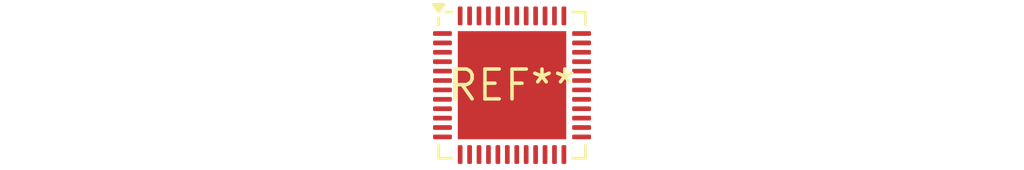
<source format=kicad_pcb>
(kicad_pcb (version 20240108) (generator pcbnew)
  (layers (0 "F.Cu" signal) (31 "B.Cu" signal) (34 "B.Paste" user) (35 "F.Paste" user) (36 "B.SilkS" user "B.Silkscreen") (37 "F.SilkS" user "F.Silkscreen") (38 "B.Mask" user) (39 "F.Mask" user) (44 "Edge.Cuts" user))
  (net 0 "")
  (footprint "QFN-48-1EP_6x6mm_P0.4mm_EP4.6x4.6mm" (layer "F.Cu") (at 0 0)
    (property "Reference" "REF**")
    (property "Value" "QFN-48-1EP_6x6mm_P0.4mm_EP4.6x4.6mm")
    (fp_line (start -3.11 -2.56) (end -3.11 -2.87) (layer "F.SilkS") (stroke (width 0.12)))
    (fp_line (start -3.11 3.11) (end -3.11 2.56) (layer "F.SilkS") (stroke (width 0.12)))
    (fp_line (start -2.56 -3.11) (end -2.81 -3.11) (layer "F.SilkS") (stroke (width 0.12)))
    (fp_line (start -2.56 3.11) (end -3.11 3.11) (layer "F.SilkS") (stroke (width 0.12)))
    (fp_line (start 2.56 -3.11) (end 3.11 -3.11) (layer "F.SilkS") (stroke (width 0.12)))
    (fp_line (start 2.56 3.11) (end 3.11 3.11) (layer "F.SilkS") (stroke (width 0.12)))
    (fp_line (start 3.11 -3.11) (end 3.11 -2.56) (layer "F.SilkS") (stroke (width 0.12)))
    (fp_line (start 3.11 3.11) (end 3.11 2.56) (layer "F.SilkS") (stroke (width 0.12)))
    (fp_poly (pts (xy -3.11 -3.11) (xy -3.35 -3.44) (xy -2.87 -3.44) (xy -3.11 -3.11)) (layer "F.SilkS") (stroke (width 0.12)) (fill solid))
    (pad "1" smd roundrect (at -2.95 -2.2) (size 0.8 0.2) (layers "F.Cu" "F.Paste" "F.Mask"))
    (pad "2" smd roundrect (at -2.95 -1.8) (size 0.8 0.2) (layers "F.Cu" "F.Paste" "F.Mask"))
    (pad "3" smd roundrect (at -2.95 -1.4) (size 0.8 0.2) (layers "F.Cu" "F.Paste" "F.Mask"))
    (pad "4" smd roundrect (at -2.95 -1) (size 0.8 0.2) (layers "F.Cu" "F.Paste" "F.Mask"))
    (pad "5" smd roundrect (at -2.95 -0.6) (size 0.8 0.2) (layers "F.Cu" "F.Paste" "F.Mask"))
    (pad "6" smd roundrect (at -2.95 -0.2) (size 0.8 0.2) (layers "F.Cu" "F.Paste" "F.Mask"))
    (pad "7" smd roundrect (at -2.95 0.2) (size 0.8 0.2) (layers "F.Cu" "F.Paste" "F.Mask"))
    (pad "8" smd roundrect (at -2.95 0.6) (size 0.8 0.2) (layers "F.Cu" "F.Paste" "F.Mask"))
    (pad "9" smd roundrect (at -2.95 1) (size 0.8 0.2) (layers "F.Cu" "F.Paste" "F.Mask"))
    (pad "10" smd roundrect (at -2.95 1.4) (size 0.8 0.2) (layers "F.Cu" "F.Paste" "F.Mask"))
    (pad "11" smd roundrect (at -2.95 1.8) (size 0.8 0.2) (layers "F.Cu" "F.Paste" "F.Mask"))
    (pad "12" smd roundrect (at -2.95 2.2) (size 0.8 0.2) (layers "F.Cu" "F.Paste" "F.Mask"))
    (pad "13" smd roundrect (at -2.2 2.95) (size 0.2 0.8) (layers "F.Cu" "F.Paste" "F.Mask"))
    (pad "14" smd roundrect (at -1.8 2.95) (size 0.2 0.8) (layers "F.Cu" "F.Paste" "F.Mask"))
    (pad "15" smd roundrect (at -1.4 2.95) (size 0.2 0.8) (layers "F.Cu" "F.Paste" "F.Mask"))
    (pad "16" smd roundrect (at -1 2.95) (size 0.2 0.8) (layers "F.Cu" "F.Paste" "F.Mask"))
    (pad "17" smd roundrect (at -0.6 2.95) (size 0.2 0.8) (layers "F.Cu" "F.Paste" "F.Mask"))
    (pad "18" smd roundrect (at -0.2 2.95) (size 0.2 0.8) (layers "F.Cu" "F.Paste" "F.Mask"))
    (pad "19" smd roundrect (at 0.2 2.95) (size 0.2 0.8) (layers "F.Cu" "F.Paste" "F.Mask"))
    (pad "20" smd roundrect (at 0.6 2.95) (size 0.2 0.8) (layers "F.Cu" "F.Paste" "F.Mask"))
    (pad "21" smd roundrect (at 1 2.95) (size 0.2 0.8) (layers "F.Cu" "F.Paste" "F.Mask"))
    (pad "22" smd roundrect (at 1.4 2.95) (size 0.2 0.8) (layers "F.Cu" "F.Paste" "F.Mask"))
    (pad "23" smd roundrect (at 1.8 2.95) (size 0.2 0.8) (layers "F.Cu" "F.Paste" "F.Mask"))
    (pad "24" smd roundrect (at 2.2 2.95) (size 0.2 0.8) (layers "F.Cu" "F.Paste" "F.Mask"))
    (pad "25" smd roundrect (at 2.95 2.2) (size 0.8 0.2) (layers "F.Cu" "F.Paste" "F.Mask"))
    (pad "26" smd roundrect (at 2.95 1.8) (size 0.8 0.2) (layers "F.Cu" "F.Paste" "F.Mask"))
    (pad "27" smd roundrect (at 2.95 1.4) (size 0.8 0.2) (layers "F.Cu" "F.Paste" "F.Mask"))
    (pad "28" smd roundrect (at 2.95 1) (size 0.8 0.2) (layers "F.Cu" "F.Paste" "F.Mask"))
    (pad "29" smd roundrect (at 2.95 0.6) (size 0.8 0.2) (layers "F.Cu" "F.Paste" "F.Mask"))
    (pad "30" smd roundrect (at 2.95 0.2) (size 0.8 0.2) (layers "F.Cu" "F.Paste" "F.Mask"))
    (pad "31" smd roundrect (at 2.95 -0.2) (size 0.8 0.2) (layers "F.Cu" "F.Paste" "F.Mask"))
    (pad "32" smd roundrect (at 2.95 -0.6) (size 0.8 0.2) (layers "F.Cu" "F.Paste" "F.Mask"))
    (pad "33" smd roundrect (at 2.95 -1) (size 0.8 0.2) (layers "F.Cu" "F.Paste" "F.Mask"))
    (pad "34" smd roundrect (at 2.95 -1.4) (size 0.8 0.2) (layers "F.Cu" "F.Paste" "F.Mask"))
    (pad "35" smd roundrect (at 2.95 -1.8) (size 0.8 0.2) (layers "F.Cu" "F.Paste" "F.Mask"))
    (pad "36" smd roundrect (at 2.95 -2.2) (size 0.8 0.2) (layers "F.Cu" "F.Paste" "F.Mask"))
    (pad "37" smd roundrect (at 2.2 -2.95) (size 0.2 0.8) (layers "F.Cu" "F.Paste" "F.Mask"))
    (pad "38" smd roundrect (at 1.8 -2.95) (size 0.2 0.8) (layers "F.Cu" "F.Paste" "F.Mask"))
    (pad "39" smd roundrect (at 1.4 -2.95) (size 0.2 0.8) (layers "F.Cu" "F.Paste" "F.Mask"))
    (pad "40" smd roundrect (at 1 -2.95) (size 0.2 0.8) (layers "F.Cu" "F.Paste" "F.Mask"))
    (pad "41" smd roundrect (at 0.6 -2.95) (size 0.2 0.8) (layers "F.Cu" "F.Paste" "F.Mask"))
    (pad "42" smd roundrect (at 0.2 -2.95) (size 0.2 0.8) (layers "F.Cu" "F.Paste" "F.Mask"))
    (pad "43" smd roundrect (at -0.2 -2.95) (size 0.2 0.8) (layers "F.Cu" "F.Paste" "F.Mask"))
    (pad "44" smd roundrect (at -0.6 -2.95) (size 0.2 0.8) (layers "F.Cu" "F.Paste" "F.Mask"))
    (pad "45" smd roundrect (at -1 -2.95) (size 0.2 0.8) (layers "F.Cu" "F.Paste" "F.Mask"))
    (pad "46" smd roundrect (at -1.4 -2.95) (size 0.2 0.8) (layers "F.Cu" "F.Paste" "F.Mask"))
    (pad "47" smd roundrect (at -1.8 -2.95) (size 0.2 0.8) (layers "F.Cu" "F.Paste" "F.Mask"))
    (pad "48" smd roundrect (at -2.2 -2.95) (size 0.2 0.8) (layers "F.Cu" "F.Paste" "F.Mask"))
    (pad "49" smd rect (at 0 0) (size 4.6 4.6) (property pad_prop_heatsink) (layers "F.Cu" "F.Mask"))
  )
)
</source>
